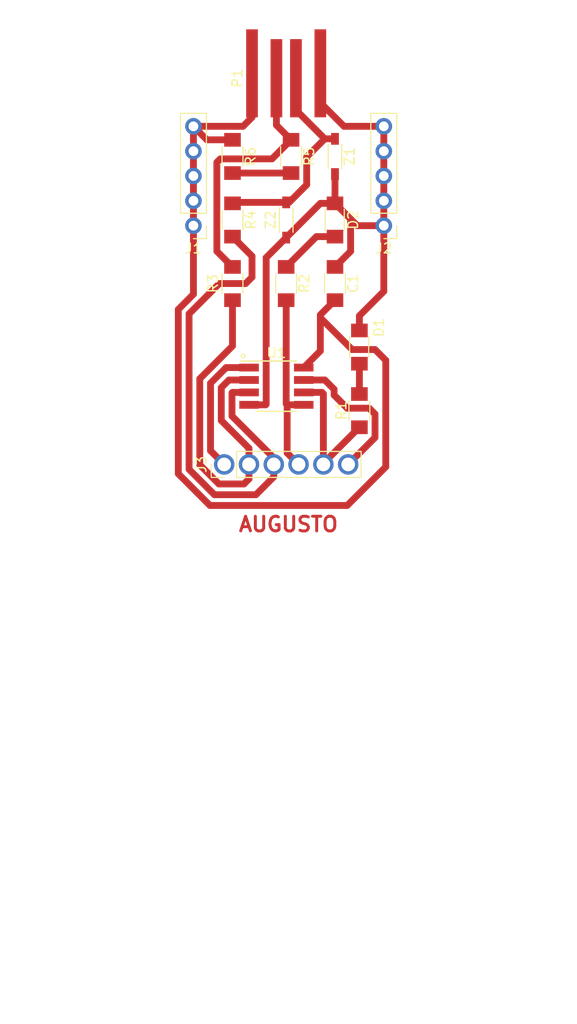
<source format=kicad_pcb>
(kicad_pcb (version 20240108) (generator "pcbnew") (generator_version "8.0")
  (layers (0 "F.Cu" signal) (31 "B.Cu" signal) (34 "B.Paste" user) (35 "F.Paste" user) (36 "B.SilkS" user "B.Silkscreen") (37 "F.SilkS" user "F.Silkscreen") (38 "B.Mask" user) (39 "F.Mask" user) (44 "Edge.Cuts" user))
  (net 0 "")
  (net 1 "PWR_GND")
  (net 2 "PWR_5V")
  (net 3 "Net-(D1-A)")
  (net 4 "Net-(D2-A)")
  (net 5 "Net-(J3-Pin_5)")
  (net 6 "Net-(J3-Pin_2)")
  (net 7 "Net-(J3-Pin_4)")
  (net 8 "Net-(J3-Pin_6)")
  (net 9 "Net-(J3-Pin_3)")
  (net 10 "Net-(J3-Pin_1)")
  (net 11 "Net-(P1-D+)")
  (net 12 "Net-(P1-D-)")
  (net 13 "Net-(R5-Pad2)")
  (footprint "fab:R_1206" (layer "F.Cu") (at 188.5 76 -90)
    (property "Reference" "R4" (at 0 -1.85 90) (layer "F.SilkS"))
    (property "Value" "R_1206")
    (fp_line (start 1 1.07) (end -1 1.07) (stroke (width 0.12)) (layer "F.SilkS"))
    (fp_line (start -1 -1.07) (end 1 -1.07) (stroke (width 0.12)) (layer "F.SilkS"))
    (pad "1" smd rect (at -1.7 0 270) (size 1.4 1.7) (layers "F.Cu" "F.Paste" "F.Mask") (net 11 "Net-(P1-D+)"))
    (pad "2" smd rect (at 1.7 0 270) (size 1.4 1.7) (layers "F.Cu" "F.Paste" "F.Mask") (net 9 "Net-(J3-Pin_3)"))
  )
  (footprint "fab:R_1206" (layer "F.Cu") (at 194.5 69.5 -90)
    (property "Reference" "R5" (at 0 -1.85 90) (layer "F.SilkS"))
    (property "Value" "R_1206")
    (fp_line (start 1 1.07) (end -1 1.07) (stroke (width 0.12)) (layer "F.SilkS"))
    (fp_line (start -1 -1.07) (end 1 -1.07) (stroke (width 0.12)) (layer "F.SilkS"))
    (pad "1" smd rect (at -1.7 0 270) (size 1.4 1.7) (layers "F.Cu" "F.Paste" "F.Mask") (net 12 "Net-(P1-D-)"))
    (pad "2" smd rect (at 1.7 0 270) (size 1.4 1.7) (layers "F.Cu" "F.Paste" "F.Mask") (net 13 "Net-(R5-Pad2)"))
  )
  (footprint "fab:R_1206" (layer "F.Cu") (at 201.5 95.5 90)
    (property "Reference" "R1" (at 0 -1.85 -90) (layer "F.SilkS"))
    (property "Value" "R_1206")
    (fp_line (start -1 -1.07) (end 1 -1.07) (stroke (width 0.12)) (layer "F.SilkS"))
    (fp_line (start 1 1.07) (end -1 1.07) (stroke (width 0.12)) (layer "F.SilkS"))
    (pad "1" smd rect (at -1.7 0 90) (size 1.4 1.7) (layers "F.Cu" "F.Paste" "F.Mask") (net 5 "Net-(J3-Pin_5)"))
    (pad "2" smd rect (at 1.7 0 90) (size 1.4 1.7) (layers "F.Cu" "F.Paste" "F.Mask") (net 3 "Net-(D1-A)"))
  )
  (footprint "fab:R_1206" (layer "F.Cu") (at 188.5 69.5 -90)
    (property "Reference" "R6" (at 0 -1.85 90) (layer "F.SilkS"))
    (property "Value" "R_1206")
    (fp_line (start 1 1.07) (end -1 1.07) (stroke (width 0.12)) (layer "F.SilkS"))
    (fp_line (start -1 -1.07) (end 1 -1.07) (stroke (width 0.12)) (layer "F.SilkS"))
    (pad "1" smd rect (at -1.7 0 270) (size 1.4 1.7) (layers "F.Cu" "F.Paste" "F.Mask") (net 2 "PWR_5V"))
    (pad "2" smd rect (at 1.7 0 270) (size 1.4 1.7) (layers "F.Cu" "F.Paste" "F.Mask") (net 13 "Net-(R5-Pad2)"))
  )
  (footprint "fab:R_1206" (layer "F.Cu") (at 194 82.5 -90)
    (property "Reference" "R2" (at 0 -1.85 90) (layer "F.SilkS"))
    (property "Value" "R_1206")
    (fp_line (start 1 1.07) (end -1 1.07) (stroke (width 0.12)) (layer "F.SilkS"))
    (fp_line (start -1 -1.07) (end 1 -1.07) (stroke (width 0.12)) (layer "F.SilkS"))
    (pad "1" smd rect (at -1.7 0 270) (size 1.4 1.7) (layers "F.Cu" "F.Paste" "F.Mask") (net 4 "Net-(D2-A)"))
    (pad "2" smd rect (at 1.7 0 270) (size 1.4 1.7) (layers "F.Cu" "F.Paste" "F.Mask") (net 7 "Net-(J3-Pin_4)"))
  )
  (footprint "fab:LED_1206" (layer "F.Cu") (at 201.5 89 -90)
    (property "Reference" "D1" (at -2 -2 90) (layer "F.SilkS"))
    (property "Value" "LED_1206")
    (fp_line (start -1.1 1) (end 1.1 1) (stroke (width 0.12)) (layer "F.SilkS"))
    (fp_line (start -1.1 -0.95) (end 1.1 -0.95) (stroke (width 0.12)) (layer "F.SilkS"))
    (pad "1" smd rect (at -1.7 0 270) (size 1.4 1.7) (layers "F.Cu" "F.Paste" "F.Mask") (net 1 "PWR_GND"))
    (pad "2" smd rect (at 1.7 0 270) (size 1.4 1.7) (layers "F.Cu" "F.Paste" "F.Mask") (net 3 "Net-(D1-A)"))
  )
  (footprint "fab:C_1206" (layer "F.Cu") (at 199 82.5 -90)
    (property "Reference" "C1" (at 0 -1.85 90) (layer "F.SilkS"))
    (property "Value" "C_1206")
    (fp_line (start 1 1.07) (end -1 1.07) (stroke (width 0.12)) (layer "F.SilkS"))
    (fp_line (start -1 -1.07) (end 1 -1.07) (stroke (width 0.12)) (layer "F.SilkS"))
    (pad "1" smd rect (at -1.7 0 270) (size 1.4 1.7) (layers "F.Cu" "F.Paste" "F.Mask") (net 1 "PWR_GND"))
    (pad "2" smd rect (at 1.7 0 270) (size 1.4 1.7) (layers "F.Cu" "F.Paste" "F.Mask") (net 2 "PWR_5V"))
  )
  (footprint "fab:Conn_USB_A_Plain" (layer "F.Cu") (at 194 61 90)
    (property "Reference" "P1" (at -0.5 -5 90) (layer "F.SilkS"))
    (property "Value" "Conn_USB_A_Plain")
    (pad "1" smd rect (at 0 -3.5 90) (size 9 1.2) (layers "F.Cu" "F.Paste" "F.Mask") (net 2 "PWR_5V"))
    (pad "2" smd rect (at -0.5 -1 90) (size 8 1.2) (layers "F.Cu" "F.Paste" "F.Mask") (net 12 "Net-(P1-D-)"))
    (pad "3" smd rect (at -0.5 1 90) (size 8 1.2) (layers "F.Cu" "F.Paste" "F.Mask") (net 11 "Net-(P1-D+)"))
    (pad "4" smd rect (at 0 3.5 90) (size 9 1.2) (layers "F.Cu" "F.Paste" "F.Mask") (net 1 "PWR_GND"))
  )
  (footprint "fab:PinHeader_1x05_P2.54mm_Vertical_THT_D1mm" (layer "F.Cu") (at 184.5 76.58 180)
    (property "Reference" "J1" (at 0 -2.33 180) (layer "F.SilkS"))
    (property "Value" "Conn_PinHeader_1x05_P2.54mm_Vertical_THT_D1mm")
    (fp_line (start 1.33 1.27) (end 1.33 11.49) (stroke (width 0.12)) (layer "F.SilkS"))
    (fp_line (start -1.33 11.49) (end 1.33 11.49) (stroke (width 0.12)) (layer "F.SilkS"))
    (fp_line (start -1.33 1.27) (end 1.33 1.27) (stroke (width 0.12)) (layer "F.SilkS"))
    (fp_line (start -1.33 1.27) (end -1.33 11.49) (stroke (width 0.12)) (layer "F.SilkS"))
    (fp_line (start -1.33 0) (end -1.33 -1.33) (stroke (width 0.12)) (layer "F.SilkS"))
    (fp_line (start -1.33 -1.33) (end 0 -1.33) (stroke (width 0.12)) (layer "F.SilkS"))
    (pad "1" thru_hole circle (at 0 0 180) (size 1.7 1.7) (drill 1) (layers "*.Cu" "*.Mask") (net 2 "PWR_5V"))
    (pad "2" thru_hole oval (at 0 2.54 180) (size 1.7 1.7) (drill 1) (layers "*.Cu" "*.Mask") (net 2 "PWR_5V"))
    (pad "3" thru_hole oval (at 0 5.08 180) (size 1.7 1.7) (drill 1) (layers "*.Cu" "*.Mask") (net 2 "PWR_5V"))
    (pad "4" thru_hole oval (at 0 7.62 180) (size 1.7 1.7) (drill 1) (layers "*.Cu" "*.Mask") (net 2 "PWR_5V"))
    (pad "5" thru_hole oval (at 0 10.16 180) (size 1.7 1.7) (drill 1) (layers "*.Cu" "*.Mask") (net 2 "PWR_5V"))
  )
  (footprint "fab:PinHeader_1x05_P2.54mm_Vertical_THT_D1mm" (layer "F.Cu") (at 204 76.58 180)
    (property "Reference" "J2" (at 0 -2.33 180) (layer "F.SilkS"))
    (property "Value" "Conn_PinHeader_1x05_P2.54mm_Vertical_THT_D1mm")
    (fp_line (start 1.33 1.27) (end 1.33 11.49) (stroke (width 0.12)) (layer "F.SilkS"))
    (fp_line (start -1.33 11.49) (end 1.33 11.49) (stroke (width 0.12)) (layer "F.SilkS"))
    (fp_line (start -1.33 1.27) (end 1.33 1.27) (stroke (width 0.12)) (layer "F.SilkS"))
    (fp_line (start -1.33 1.27) (end -1.33 11.49) (stroke (width 0.12)) (layer "F.SilkS"))
    (fp_line (start -1.33 0) (end -1.33 -1.33) (stroke (width 0.12)) (layer "F.SilkS"))
    (fp_line (start -1.33 -1.33) (end 0 -1.33) (stroke (width 0.12)) (layer "F.SilkS"))
    (pad "1" thru_hole circle (at 0 0 180) (size 1.7 1.7) (drill 1) (layers "*.Cu" "*.Mask") (net 1 "PWR_GND"))
    (pad "2" thru_hole oval (at 0 2.54 180) (size 1.7 1.7) (drill 1) (layers "*.Cu" "*.Mask") (net 1 "PWR_GND"))
    (pad "3" thru_hole oval (at 0 5.08 180) (size 1.7 1.7) (drill 1) (layers "*.Cu" "*.Mask") (net 1 "PWR_GND"))
    (pad "4" thru_hole oval (at 0 7.62 180) (size 1.7 1.7) (drill 1) (layers "*.Cu" "*.Mask") (net 1 "PWR_GND"))
    (pad "5" thru_hole oval (at 0 10.16 180) (size 1.7 1.7) (drill 1) (layers "*.Cu" "*.Mask") (net 1 "PWR_GND"))
  )
  (footprint "fab:SOIC-8_3.9x4.9mm_P1.27mm" (layer "F.Cu") (at 193 93)
    (property "Reference" "U1" (at 0 -3.4 0) (layer "F.SilkS"))
    (property "Value" "Microcontroller_ATtiny45V-10SU")
    (fp_line (start -3.69 -2.575) (end 2.075 -2.575) (stroke (width 0.15)) (layer "F.SilkS"))
    (fp_line (start -2.075 2.575) (end 2.075 2.575) (stroke (width 0.15)) (layer "F.SilkS"))
    (fp_circle (center -3.4 -3.1) (end -3.2 -3.1) (stroke (width 0.12)) (fill none) (layer "F.SilkS"))
    (pad "1" smd rect (at -2.8 -1.905) (size 2 0.8) (layers "F.Cu" "F.Paste" "F.Mask") (net 10 "Net-(J3-Pin_1)"))
    (pad "2" smd rect (at -2.8 -0.635) (size 2 0.8) (layers "F.Cu" "F.Paste" "F.Mask") (net 6 "Net-(J3-Pin_2)"))
    (pad "3" smd rect (at -2.8 0.635) (size 2 0.8) (layers "F.Cu" "F.Paste" "F.Mask") (net 9 "Net-(J3-Pin_3)"))
    (pad "4" smd rect (at -2.8 1.905) (size 2 0.8) (layers "F.Cu" "F.Paste" "F.Mask") (net 1 "PWR_GND"))
    (pad "5" smd rect (at 2.8 1.905) (size 2 0.8) (layers "F.Cu" "F.Paste" "F.Mask") (net 7 "Net-(J3-Pin_4)"))
    (pad "6" smd rect (at 2.8 0.635) (size 2 0.8) (layers "F.Cu" "F.Paste" "F.Mask") (net 5 "Net-(J3-Pin_5)"))
    (pad "7" smd rect (at 2.8 -0.635) (size 2 0.8) (layers "F.Cu" "F.Paste" "F.Mask") (net 8 "Net-(J3-Pin_6)"))
    (pad "8" smd rect (at 2.8 -1.905) (size 2 0.8) (layers "F.Cu" "F.Paste" "F.Mask") (net 2 "PWR_5V"))
  )
  (footprint "fab:SOD-123" (layer "F.Cu") (at 199 69.5 -90)
    (property "Reference" "Z1" (at 0 -1.5 90) (layer "F.SilkS"))
    (property "Value" "Diode_Zener_SOD123")
    (fp_line (start -1.25 0.7) (end 1.25 0.7) (stroke (width 0.12)) (layer "F.SilkS"))
    (fp_line (start -1.25 -0.7) (end 1.25 -0.7) (stroke (width 0.12)) (layer "F.SilkS"))
    (pad "1" smd rect (at -1.8 0 270) (size 1.2 0.8) (layers "F.Cu" "F.Paste" "F.Mask") (net 11 "Net-(P1-D+)"))
    (pad "2" smd rect (at 1.8 0 270) (size 1.2 0.8) (layers "F.Cu" "F.Paste" "F.Mask") (net 1 "PWR_GND"))
  )
  (footprint "fab:LED_1206" (layer "F.Cu") (at 199 76 -90)
    (property "Reference" "D2" (at 0 -1.85 90) (layer "F.SilkS"))
    (property "Value" "LED_1206")
    (fp_line (start -1.1 1) (end 1.1 1) (stroke (width 0.12)) (layer "F.SilkS"))
    (fp_line (start -1.1 -0.95) (end 1.1 -0.95) (stroke (width 0.12)) (layer "F.SilkS"))
    (pad "1" smd rect (at -1.7 0 270) (size 1.4 1.7) (layers "F.Cu" "F.Paste" "F.Mask") (net 1 "PWR_GND"))
    (pad "2" smd rect (at 1.7 0 270) (size 1.4 1.7) (layers "F.Cu" "F.Paste" "F.Mask") (net 4 "Net-(D2-A)"))
  )
  (footprint "fab:SOD-123" (layer "F.Cu") (at 194 76 -90)
    (property "Reference" "Z2" (at 0 1.6 90) (layer "F.SilkS"))
    (property "Value" "Diode_Zener_SOD123")
    (fp_line (start -1.25 0.7) (end 1.25 0.7) (stroke (width 0.12)) (layer "F.SilkS"))
    (fp_line (start -1.25 -0.7) (end 1.25 -0.7) (stroke (width 0.12)) (layer "F.SilkS"))
    (pad "1" smd rect (at -1.8 0 270) (size 1.2 0.8) (layers "F.Cu" "F.Paste" "F.Mask") (net 11 "Net-(P1-D+)"))
    (pad "2" smd rect (at 1.8 0 270) (size 1.2 0.8) (layers "F.Cu" "F.Paste" "F.Mask") (net 1 "PWR_GND"))
  )
  (footprint "fab:R_1206" (layer "F.Cu") (at 188.5 82.5 -90)
    (property "Reference" "R3" (at 0 2 90) (layer "F.SilkS"))
    (property "Value" "R_1206")
    (fp_line (start 1 1.07) (end -1 1.07) (stroke (width 0.12)) (layer "F.SilkS"))
    (fp_line (start -1 -1.07) (end 1 -1.07) (stroke (width 0.12)) (layer "F.SilkS"))
    (pad "1" smd rect (at -1.7 0 270) (size 1.4 1.7) (layers "F.Cu" "F.Paste" "F.Mask") (net 12 "Net-(P1-D-)"))
    (pad "2" smd rect (at 1.7 0 270) (size 1.4 1.7) (layers "F.Cu" "F.Paste" "F.Mask") (net 6 "Net-(J3-Pin_2)"))
  )
  (footprint "fab:PinHeader_1x06_P2.54mm_Vertical_THT_D1.4mm" (layer "F.Cu") (at 187.65 101 90)
    (property "Reference" "J3" (at 0 -2.33 -90) (layer "F.SilkS"))
    (property "Value" "Conn_PinHeader_1x06_P2.54mm_Vertical_THT_D1.4mm")
    (fp_line (start -1.33 -1.33) (end 0 -1.33) (stroke (width 0.12)) (layer "F.SilkS"))
    (fp_line (start -1.33 0) (end -1.33 -1.33) (stroke (width 0.12)) (layer "F.SilkS"))
    (fp_line (start 1.33 1.27) (end 1.33 14.03) (stroke (width 0.12)) (layer "F.SilkS"))
    (fp_line (start -1.33 1.27) (end 1.33 1.27) (stroke (width 0.12)) (layer "F.SilkS"))
    (fp_line (start -1.33 1.27) (end -1.33 14.03) (stroke (width 0.12)) (layer "F.SilkS"))
    (fp_line (start -1.33 14.03) (end 1.33 14.03) (stroke (width 0.12)) (layer "F.SilkS"))
    (pad "1" thru_hole circle (at 0 0 90) (size 2.1 2.1) (drill 1.4) (layers "*.Cu" "*.Mask") (net 10 "Net-(J3-Pin_1)"))
    (pad "2" thru_hole circle (at 0 2.54 90) (size 2.1 2.1) (drill 1.4) (layers "*.Cu" "*.Mask") (net 6 "Net-(J3-Pin_2)"))
    (pad "3" thru_hole circle (at 0 5.08 90) (size 2.1 2.1) (drill 1.4) (layers "*.Cu" "*.Mask") (net 9 "Net-(J3-Pin_3)"))
    (pad "4" thru_hole circle (at 0 7.62 90) (size 2.1 2.1) (drill 1.4) (layers "*.Cu" "*.Mask") (net 7 "Net-(J3-Pin_4)"))
    (pad "5" thru_hole circle (at 0 10.16 90) (size 2.1 2.1) (drill 1.4) (layers "*.Cu" "*.Mask") (net 5 "Net-(J3-Pin_5)"))
    (pad "6" thru_hole circle (at 0 12.7 90) (size 2.1 2.1) (drill 1.4) (layers "*.Cu" "*.Mask") (net 8 "Net-(J3-Pin_6)"))
  )
  (gr_text "AUGUSTO" (at 189 108 0) (layer "F.Cu") (effects (font (size 1.5 1.5) (thickness 0.3) (bold yes)) (justify left bottom)))
  (segment (start 204 71.5) (end 204 74.04) (width 0.7) (layer "F.Cu") (net 1))
  (segment (start 191.95 94.855) (end 191.95 79.85) (width 0.7) (layer "F.Cu") (net 1))
  (segment (start 199 71.3) (end 199 74.3) (width 0.7) (layer "F.Cu") (net 1))
  (segment (start 204 66.42) (end 204 68.96) (width 0.7) (layer "F.Cu") (net 1))
  (segment (start 197.5 74.3) (end 194 77.8) (width 0.7) (layer "F.Cu") (net 1))
  (segment (start 201.5 85.8) (end 204 83.3) (width 0.7) (layer "F.Cu") (net 1))
  (segment (start 204 66.42) (end 199.92 66.42) (width 0.7) (layer "F.Cu") (net 1))
  (segment (start 197.5 61) (end 197.5 64.9) (width 0.7) (layer "F.Cu") (net 1))
  (segment (start 200.6 75.9) (end 199 74.3) (width 0.7) (layer "F.Cu") (net 1))
  (segment (start 200.6 79.2) (end 200.6 75.9) (width 0.7) (layer "F.Cu") (net 1))
  (segment (start 204 76.58) (end 204 83.3) (width 0.7) (layer "F.Cu") (net 1))
  (segment (start 197.5 64) (end 197.5 61) (width 0.7) (layer "F.Cu") (net 1))
  (segment (start 191.95 94.855) (end 191.9 94.905) (width 0.7) (layer "F.Cu") (net 1))
  (segment (start 201.28 76.58) (end 200.6 75.9) (width 0.7) (layer "F.Cu") (net 1))
  (segment (start 204 68.96) (end 204 71.5) (width 0.7) (layer "F.Cu") (net 1))
  (segment (start 201.5 87.3) (end 201.5 85.8) (width 0.7) (layer "F.Cu") (net 1))
  (segment (start 204 74.04) (end 204 76.58) (width 0.7) (layer "F.Cu") (net 1))
  (segment (start 199 80.8) (end 200.6 79.2) (width 0.7) (layer "F.Cu") (net 1))
  (segment (start 199 74.3) (end 197.5 74.3) (width 0.7) (layer "F.Cu") (net 1))
  (segment (start 199.92 66.42) (end 197.5 64) (width 0.7) (layer "F.Cu") (net 1))
  (segment (start 191.9 94.905) (end 190.2 94.905) (width 0.7) (layer "F.Cu") (net 1))
  (segment (start 191.95 79.85) (end 194 77.8) (width 0.7) (layer "F.Cu") (net 1))
  (segment (start 204 76.58) (end 201.28 76.58) (width 0.7) (layer "F.Cu") (net 1))
  (segment (start 189.58 66.42) (end 190.5 65.5) (width 0.7) (layer "F.Cu") (net 2))
  (segment (start 184.5 71.5) (end 184.5 74.04) (width 0.7) (layer "F.Cu") (net 2))
  (segment (start 200.251219 105.2) (end 204.2 101.251219) (width 0.7) (layer "F.Cu") (net 2))
  (segment (start 184.5 83.594366) (end 182.95 85.144366) (width 0.7) (layer "F.Cu") (net 2))
  (segment (start 182.95 101.956853) (end 186.193147 105.2) (width 0.7) (layer "F.Cu") (net 2))
  (segment (start 199 84.2) (end 197.5 85.7) (width 0.7) (layer "F.Cu") (net 2))
  (segment (start 184.5 68.96) (end 184.5 71.5) (width 0.7) (layer "F.Cu") (net 2))
  (segment (start 197.5 89.395) (end 195.8 91.095) (width 0.7) (layer "F.Cu") (net 2))
  (segment (start 184.5 74.04) (end 184.5 76.58) (width 0.7) (layer "F.Cu") (net 2))
  (segment (start 204.2 101.251219) (end 204.2 90.35) (width 0.7) (layer "F.Cu") (net 2))
  (segment (start 203.1 89.25) (end 200.75 89.25) (width 0.7) (layer "F.Cu") (net 2))
  (segment (start 197.5 85.7) (end 197.5 89.395) (width 0.7) (layer "F.Cu") (net 2))
  (segment (start 190.5 65.5) (end 190.5 61) (width 0.7) (layer "F.Cu") (net 2))
  (segment (start 188.5 67.8) (end 185.88 67.8) (width 0.7) (layer "F.Cu") (net 2))
  (segment (start 185.88 67.8) (end 184.5 66.42) (width 0.7) (layer "F.Cu") (net 2))
  (segment (start 204.2 90.35) (end 203.1 89.25) (width 0.7) (layer "F.Cu") (net 2))
  (segment (start 184.5 68.96) (end 184.5 66.42) (width 0.7) (layer "F.Cu") (net 2))
  (segment (start 182.95 85.144366) (end 182.95 101.956853) (width 0.7) (layer "F.Cu") (net 2))
  (segment (start 184.5 83.594366) (end 184.5 76.58) (width 0.7) (layer "F.Cu") (net 2))
  (segment (start 186.193147 105.2) (end 200.251219 105.2) (width 0.7) (layer "F.Cu") (net 2))
  (segment (start 200.75 89.25) (end 197.5 86) (width 0.7) (layer "F.Cu") (net 2))
  (segment (start 184.5 66.42) (end 189.58 66.42) (width 0.7) (layer "F.Cu") (net 2))
  (segment (start 201.5 90.7) (end 201.5 93.8) (width 0.7) (layer "F.Cu") (net 3))
  (segment (start 197.1 77.7) (end 194 80.8) (width 0.7) (layer "F.Cu") (net 4))
  (segment (start 199 77.7) (end 197.1 77.7) (width 0.7) (layer "F.Cu") (net 4))
  (segment (start 197.67 93.635) (end 195.8 93.635) (width 0.7) (layer "F.Cu") (net 5))
  (segment (start 197.81 93.775) (end 197.67 93.635) (width 0.7) (layer "F.Cu") (net 5))
  (segment (start 197.81 100.89) (end 201.5 97.2) (width 0.7) (layer "F.Cu") (net 5))
  (segment (start 197.81 101) (end 197.81 100.89) (width 0.7) (layer "F.Cu") (net 5))
  (segment (start 197.81 101) (end 197.81 93.775) (width 0.7) (layer "F.Cu") (net 5))
  (segment (start 185.15 101.045585) (end 187.104415 103) (width 0.7) (layer "F.Cu") (net 6))
  (segment (start 187.35 96.510635) (end 187.35 93.15) (width 0.7) (layer "F.Cu") (net 6))
  (segment (start 188.5 84.2) (end 188.5 88.888732) (width 0.7) (layer "F.Cu") (net 6))
  (segment (start 187.104415 103) (end 189.674924 103) (width 0.7) (layer "F.Cu") (net 6))
  (segment (start 190.19 102.484924) (end 190.19 101) (width 0.7) (layer "F.Cu") (net 6))
  (segment (start 188.5 88.888732) (end 185.15 92.238732) (width 0.7) (layer "F.Cu") (net 6))
  (segment (start 185.15 92.238732) (end 185.15 101.045585) (width 0.7) (layer "F.Cu") (net 6))
  (segment (start 190.19 99.350634) (end 187.35 96.510635) (width 0.7) (layer "F.Cu") (net 6))
  (segment (start 189.674924 103) (end 190.19 102.484924) (width 0.7) (layer "F.Cu") (net 6))
  (segment (start 190.19 101) (end 190.19 99.350634) (width 0.7) (layer "F.Cu") (net 6))
  (segment (start 187.35 93.15) (end 188.135 92.365) (width 0.7) (layer "F.Cu") (net 6))
  (segment (start 188.135 92.365) (end 190.2 92.365) (width 0.7) (layer "F.Cu") (net 6))
  (segment (start 194.1 99.83) (end 195.27 101) (width 0.7) (layer "F.Cu") (net 7))
  (segment (start 194.1 94.905) (end 194.1 99.83) (width 0.7) (layer "F.Cu") (net 7))
  (segment (start 194 94.805) (end 194.1 94.905) (width 0.7) (layer "F.Cu") (net 7))
  (segment (start 194 84.2) (end 194 94.805) (width 0.7) (layer "F.Cu") (net 7))
  (segment (start 194.1 94.905) (end 195.8 94.905) (width 0.7) (layer "F.Cu") (net 7))
  (segment (start 194 84.2) (end 193.8 84.2) (width 0.7) (layer "F.Cu") (net 7))
  (segment (start 200.25 95.25) (end 198.91 93.91) (width 0.7) (layer "F.Cu") (net 8))
  (segment (start 200.35 100.589951) (end 200.35 101) (width 0.7) (layer "F.Cu") (net 8))
  (segment (start 197.955634 92.365) (end 195.8 92.365) (width 0.7) (layer "F.Cu") (net 8))
  (segment (start 203.1 98.25) (end 203.1 95.85) (width 0.7) (layer "F.Cu") (net 8))
  (segment (start 198.91 93.319366) (end 197.955634 92.365) (width 0.7) (layer "F.Cu") (net 8))
  (segment (start 198.91 93.91) (end 198.91 93.319366) (width 0.7) (layer "F.Cu") (net 8))
  (segment (start 203.1 95.85) (end 202.5 95.25) (width 0.7) (layer "F.Cu") (net 8))
  (segment (start 202.5 95.25) (end 200.25 95.25) (width 0.7) (layer "F.Cu") (net 8))
  (segment (start 200.35 101) (end 203.1 98.25) (width 0.7) (layer "F.Cu") (net 8))
  (segment (start 195.8 92.365) (end 195.815 92.35) (width 0.7) (layer "F.Cu") (net 8))
  (segment (start 187.15 82.5) (end 189.85 82.5) (width 0.7) (layer "F.Cu") (net 9))
  (segment (start 188.45 96.055) (end 188.45 93.685) (width 0.7) (layer "F.Cu") (net 9))
  (segment (start 190.5 79.7) (end 188.5 77.7) (width 0.7) (layer "F.Cu") (net 9))
  (segment (start 190.5 81.85) (end 190.5 79.7) (width 0.7) (layer "F.Cu") (net 9))
  (segment (start 188.45 93.685) (end 188.5 93.635) (width 0.7) (layer "F.Cu") (net 9))
  (segment (start 192.73 102.27) (end 192.73 101) (width 0.7) (layer "F.Cu") (net 9))
  (segment (start 184.05 101.501219) (end 186.648781 104.1) (width 0.7) (layer "F.Cu") (net 9))
  (segment (start 184.05 101.501219) (end 184.05 85.6) (width 0.7) (layer "F.Cu") (net 9))
  (segment (start 186.648781 104.1) (end 190.9 104.1) (width 0.7) (layer "F.Cu") (net 9))
  (segment (start 184.05 85.6) (end 187.15 82.5) (width 0.7) (layer "F.Cu") (net 9))
  (segment (start 192.73 101) (end 192.73 100.335) (width 0.7) (layer "F.Cu") (net 9))
  (segment (start 190.9 104.1) (end 192.73 102.27) (width 0.7) (layer "F.Cu") (net 9))
  (segment (start 192.73 100.335) (end 188.45 96.055) (width 0.7) (layer "F.Cu") (net 9))
  (segment (start 188.5 93.635) (end 190.2 93.635) (width 0.7) (layer "F.Cu") (net 9))
  (segment (start 189.85 82.5) (end 190.5 81.85) (width 0.7) (layer "F.Cu") (net 9))
  (segment (start 187.849366 91.095) (end 190.2 91.095) (width 0.7) (layer "F.Cu") (net 10))
  (segment (start 186.25 99.6) (end 186.25 92.694366) (width 0.7) (layer "F.Cu") (net 10))
  (segment (start 187.65 101) (end 186.25 99.6) (width 0.7) (layer "F.Cu") (net 10))
  (segment (start 186.25 92.694366) (end 187.849366 91.095) (width 0.7) (layer "F.Cu") (net 10))
  (segment (start 197.95 67.7) (end 195 64.75) (width 0.7) (layer "F.Cu") (net 11))
  (segment (start 197.95 67.7) (end 196.1 69.55) (width 0.7) (layer "F.Cu") (net 11))
  (segment (start 194.3 74.2) (end 194 74.2) (width 0.7) (layer "F.Cu") (net 11))
  (segment (start 196.1 69.55) (end 196.1 72.4) (width 0.7) (layer "F.Cu") (net 11))
  (segment (start 199 67.7) (end 198 67.7) (width 0.7) (layer "F.Cu") (net 11))
  (segment (start 194 74.2) (end 188.6 74.2) (width 0.7) (layer "F.Cu") (net 11))
  (segment (start 188.6 74.2) (end 188.5 74.3) (width 0.7) (layer "F.Cu") (net 11))
  (segment (start 198 67.7) (end 197.95 67.7) (width 0.7) (layer "F.Cu") (net 11))
  (segment (start 195 64.75) (end 195 61.5) (width 0.7) (layer "F.Cu") (net 11))
  (segment (start 195 61.5) (end 195 64.9) (width 0.5) (layer "F.Cu") (net 11))
  (segment (start 196.1 72.4) (end 194.3 74.2) (width 0.7) (layer "F.Cu") (net 11))
  (segment (start 187.25 69.75) (end 186.9 70.1) (width 0.7) (layer "F.Cu") (net 12))
  (segment (start 186.9 70.1) (end 186.9 79.2) (width 0.7) (layer "F.Cu") (net 12))
  (segment (start 193 66.3) (end 193 61.5) (width 0.7) (layer "F.Cu") (net 12))
  (segment (start 186.9 79.2) (end 188.5 80.8) (width 0.7) (layer "F.Cu") (net 12))
  (segment (start 192.55 69.75) (end 187.25 69.75) (width 0.7) (layer "F.Cu") (net 12))
  (segment (start 194.5 67.8) (end 193 66.3) (width 0.7) (layer "F.Cu") (net 12))
  (segment (start 194.5 67.8) (end 192.55 69.75) (width 0.7) (layer "F.Cu") (net 12))
  (segment (start 188.5 71.2) (end 194.5 71.2) (width 0.7) (layer "F.Cu") (net 13))
)
</source>
